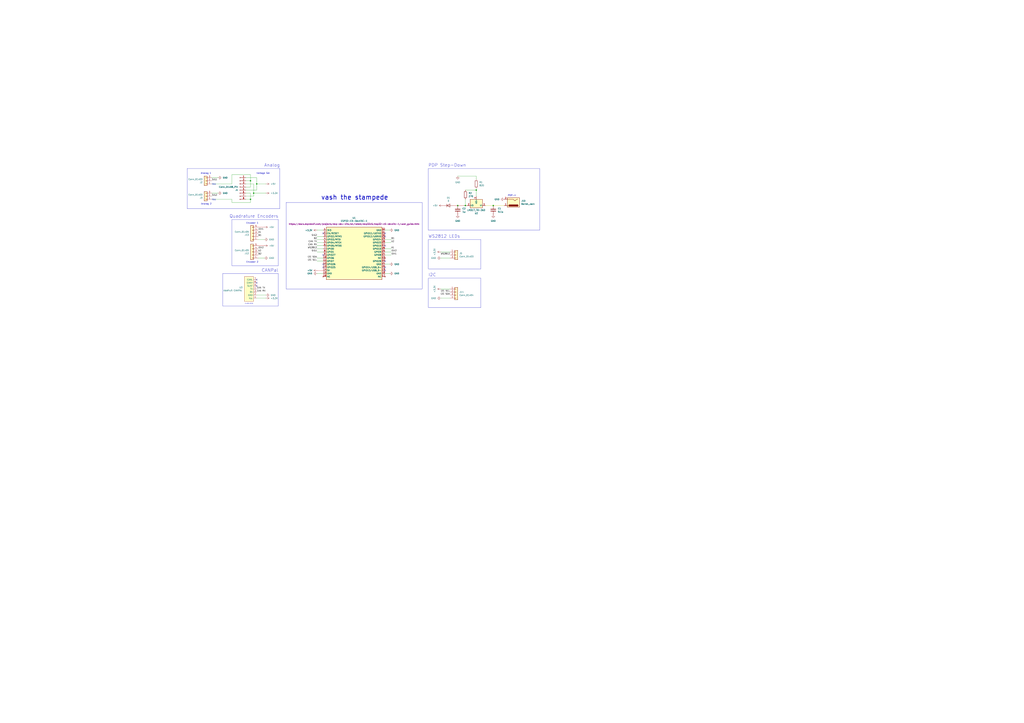
<source format=kicad_sch>
(kicad_sch (version 20250114) (generator "eeschema") (generator_version "9.0")
  (paper "A1")
  (lib_symbols
    (symbol "Connector:Barrel_Jack" (pin_names (offset 1.016))
      (property "Reference" "J" (at 0 5.334 0))
      (property "Value" "Barrel_Jack" (at 0 -5.08 0))
      (symbol "Barrel_Jack_0_1"
        (rectangle (start -5.08 3.81) (end 5.08 -3.81) (stroke (width 0.254)) (fill (type background)))
        (polyline (pts (xy -3.81 -2.54) (xy -2.54 -2.54) (xy -1.27 -1.27) (xy 0 -2.54) (xy 2.54 -2.54) (xy 5.08 -2.54)) (stroke (width 0.254)))
        (arc (start -3.302 1.905) (mid -3.9343 2.54) (end -3.302 3.175) (stroke (width 0.254)))
        (arc (start -3.302 1.905) (mid -3.9343 2.54) (end -3.302 3.175) (stroke (width 0.254)) (fill (type outline)))
        (rectangle (start 3.683 3.175) (end -3.302 1.905) (stroke (width 0.254)) (fill (type outline)))
        (polyline (pts (xy 5.08 2.54) (xy 3.81 2.54)) (stroke (width 0.254)))
      )
      (symbol "Barrel_Jack_1_1"
        (pin passive line (at 7.62 2.54 180) (length 2.54) (name "~") (number "1"))
        (pin passive line (at 7.62 -2.54 180) (length 2.54) (name "~") (number "2"))
      )
    )
    (symbol "Connector:Conn_01x08_Pin" (pin_names (offset 1.016) (hide yes))
      (property "Reference" "J" (at 0 10.16 0))
      (property "Value" "Conn_01x08_Pin" (at 0 -12.7 0))
      (symbol "Conn_01x08_Pin_1_1"
        (rectangle (start 0.8636 7.747) (end 0 7.493) (stroke (width 0.1524)) (fill (type outline)))
        (rectangle (start 0.8636 5.207) (end 0 4.953) (stroke (width 0.1524)) (fill (type outline)))
        (rectangle (start 0.8636 2.667) (end 0 2.413) (stroke (width 0.1524)) (fill (type outline)))
        (rectangle (start 0.8636 0.127) (end 0 -0.127) (stroke (width 0.1524)) (fill (type outline)))
        (rectangle (start 0.8636 -2.413) (end 0 -2.667) (stroke (width 0.1524)) (fill (type outline)))
        (rectangle (start 0.8636 -4.953) (end 0 -5.207) (stroke (width 0.1524)) (fill (type outline)))
        (rectangle (start 0.8636 -7.493) (end 0 -7.747) (stroke (width 0.1524)) (fill (type outline)))
        (rectangle (start 0.8636 -10.033) (end 0 -10.287) (stroke (width 0.1524)) (fill (type outline)))
        (polyline (pts (xy 1.27 7.62) (xy 0.8636 7.62)) (stroke (width 0.1524)))
        (polyline (pts (xy 1.27 5.08) (xy 0.8636 5.08)) (stroke (width 0.1524)))
        (polyline (pts (xy 1.27 2.54) (xy 0.8636 2.54)) (stroke (width 0.1524)))
        (polyline (pts (xy 1.27 0) (xy 0.8636 0)) (stroke (width 0.1524)))
        (polyline (pts (xy 1.27 -2.54) (xy 0.8636 -2.54)) (stroke (width 0.1524)))
        (polyline (pts (xy 1.27 -5.08) (xy 0.8636 -5.08)) (stroke (width 0.1524)))
        (polyline (pts (xy 1.27 -7.62) (xy 0.8636 -7.62)) (stroke (width 0.1524)))
        (polyline (pts (xy 1.27 -10.16) (xy 0.8636 -10.16)) (stroke (width 0.1524)))
        (pin passive line (at 5.08 7.62 180) (length 3.81) (name "Pin_1") (number "1"))
        (pin passive line (at 5.08 5.08 180) (length 3.81) (name "Pin_2") (number "2"))
        (pin passive line (at 5.08 2.54 180) (length 3.81) (name "Pin_3") (number "3"))
        (pin passive line (at 5.08 0 180) (length 3.81) (name "Pin_4") (number "4"))
        (pin passive line (at 5.08 -2.54 180) (length 3.81) (name "Pin_5") (number "5"))
        (pin passive line (at 5.08 -5.08 180) (length 3.81) (name "Pin_6") (number "6"))
        (pin passive line (at 5.08 -7.62 180) (length 3.81) (name "Pin_7") (number "7"))
        (pin passive line (at 5.08 -10.16 180) (length 3.81) (name "Pin_8") (number "8"))
      )
    )
    (symbol "Connector_Generic:Conn_01x03" (pin_names (offset 1.016) (hide yes))
      (property "Reference" "J" (at 0 5.08 0))
      (property "Value" "Conn_01x03" (at 0 -5.08 0))
      (symbol "Conn_01x03_1_1"
        (rectangle (start -1.27 3.81) (end 1.27 -3.81) (stroke (width 0.254)) (fill (type background)))
        (rectangle (start -1.27 2.667) (end 0 2.413) (stroke (width 0.1524)))
        (rectangle (start -1.27 0.127) (end 0 -0.127) (stroke (width 0.1524)))
        (rectangle (start -1.27 -2.413) (end 0 -2.667) (stroke (width 0.1524)))
        (pin passive line (at -5.08 2.54 0) (length 3.81) (name "Pin_1") (number "1"))
        (pin passive line (at -5.08 0 0) (length 3.81) (name "Pin_2") (number "2"))
        (pin passive line (at -5.08 -2.54 0) (length 3.81) (name "Pin_3") (number "3"))
      )
    )
    (symbol "Connector_Generic:Conn_01x04" (pin_names (offset 1.016) (hide yes))
      (property "Reference" "J" (at 0 5.08 0))
      (property "Value" "Conn_01x04" (at 0 -7.62 0))
      (symbol "Conn_01x04_1_1"
        (rectangle (start -1.27 3.81) (end 1.27 -6.35) (stroke (width 0.254)) (fill (type background)))
        (rectangle (start -1.27 2.667) (end 0 2.413) (stroke (width 0.1524)))
        (rectangle (start -1.27 0.127) (end 0 -0.127) (stroke (width 0.1524)))
        (rectangle (start -1.27 -2.413) (end 0 -2.667) (stroke (width 0.1524)))
        (rectangle (start -1.27 -4.953) (end 0 -5.207) (stroke (width 0.1524)))
        (pin passive line (at -5.08 2.54 0) (length 3.81) (name "Pin_1") (number "1"))
        (pin passive line (at -5.08 0 0) (length 3.81) (name "Pin_2") (number "2"))
        (pin passive line (at -5.08 -2.54 0) (length 3.81) (name "Pin_3") (number "3"))
        (pin passive line (at -5.08 -5.08 0) (length 3.81) (name "Pin_4") (number "4"))
      )
    )
    (symbol "Connector_Generic:Conn_01x05" (pin_names (offset 1.016) (hide yes))
      (property "Reference" "J" (at 0 7.62 0))
      (property "Value" "Conn_01x05" (at 0 -7.62 0))
      (symbol "Conn_01x05_1_1"
        (rectangle (start -1.27 6.35) (end 1.27 -6.35) (stroke (width 0.254)) (fill (type background)))
        (rectangle (start -1.27 5.207) (end 0 4.953) (stroke (width 0.1524)))
        (rectangle (start -1.27 2.667) (end 0 2.413) (stroke (width 0.1524)))
        (rectangle (start -1.27 0.127) (end 0 -0.127) (stroke (width 0.1524)))
        (rectangle (start -1.27 -2.413) (end 0 -2.667) (stroke (width 0.1524)))
        (rectangle (start -1.27 -4.953) (end 0 -5.207) (stroke (width 0.1524)))
        (pin passive line (at -5.08 5.08 0) (length 3.81) (name "Pin_1") (number "1"))
        (pin passive line (at -5.08 2.54 0) (length 3.81) (name "Pin_2") (number "2"))
        (pin passive line (at -5.08 0 0) (length 3.81) (name "Pin_3") (number "3"))
        (pin passive line (at -5.08 -2.54 0) (length 3.81) (name "Pin_4") (number "4"))
        (pin passive line (at -5.08 -5.08 0) (length 3.81) (name "Pin_5") (number "5"))
      )
    )
    (symbol "Device:C" (pin_numbers (hide yes)) (pin_names (offset 0.254))
      (property "Reference" "C" (at 0.635 2.54 0))
      (property "Value" "C" (at 0.635 -2.54 0))
      (symbol "C_0_1"
        (polyline (pts (xy -2.032 0.762) (xy 2.032 0.762)) (stroke (width 0.508)))
        (polyline (pts (xy -2.032 -0.762) (xy 2.032 -0.762)) (stroke (width 0.508)))
      )
      (symbol "C_1_1"
        (pin passive line (at 0 3.81 270) (length 2.794) (name "~") (number "1"))
        (pin passive line (at 0 -3.81 90) (length 2.794) (name "~") (number "2"))
      )
    )
    (symbol "Device:D" (pin_numbers (hide yes)) (pin_names (offset 1.016) (hide yes))
      (property "Reference" "D" (at 0 2.54 0))
      (property "Value" "D" (at 0 -2.54 0))
      (symbol "D_0_1"
        (polyline (pts (xy -1.27 1.27) (xy -1.27 -1.27)) (stroke (width 0.254)))
        (polyline (pts (xy 1.27 1.27) (xy 1.27 -1.27) (xy -1.27 0) (xy 1.27 1.27)) (stroke (width 0.254)))
        (polyline (pts (xy 1.27 0) (xy -1.27 0)))
      )
      (symbol "D_1_1"
        (pin passive line (at -3.81 0 0) (length 2.54) (name "K") (number "1"))
        (pin passive line (at 3.81 0 180) (length 2.54) (name "A") (number "2"))
      )
    )
    (symbol "Device:R" (pin_numbers (hide yes)) (pin_names (offset 0))
      (property "Reference" "R" (at 2.032 0 90))
      (property "Value" "R" (at 0 0 90))
      (symbol "R_0_1"
        (rectangle (start -1.016 -2.54) (end 1.016 2.54) (stroke (width 0.254)))
      )
      (symbol "R_1_1"
        (pin passive line (at 0 3.81 270) (length 1.27) (name "~") (number "1"))
        (pin passive line (at 0 -3.81 90) (length 1.27) (name "~") (number "2"))
      )
    )
    (symbol "Interface_CAN_LIN:CANPAL"
      (property "Reference" "U" (at 0 0 0))
      (property "Value" "Adafruit CANPAL" (at 0 0 0))
      (symbol "CANPAL_0_1"
        (rectangle (start -3.81 -2.54) (end 3.81 -22.86) (fill (type color) (color 255 255 194 1)))
      )
      (symbol "CANPAL_1_1"
        (pin input line (at -6.35 -5.08 0) (length 2.54) (name "Vcc") (number "1"))
        (pin input line (at -6.35 -7.62 0) (length 2.54) (name "GND") (number "2"))
        (pin input line (at -6.35 -10.16 0) (length 2.54) (name "RX") (number "3"))
        (pin input line (at -6.35 -12.7 0) (length 2.54) (name "TX") (number "4"))
        (pin input line (at -6.35 -15.24 0) (length 2.54) (name "SLNT") (number "5"))
        (pin input line (at -6.35 -17.78 0) (length 2.54) (name "CANH") (number "6"))
        (pin input line (at -6.35 -20.32 0) (length 2.54) (name "CANL") (number "7"))
      )
    )
    (symbol "PCM_Espressif:ESP32-C5-DevKitC-1"
      (property "Reference" "U" (at -22.352 -0.254 0))
      (property "Value" "ESP32-C5-DevKitC-1" (at -11.938 -2.286 0))
      (property "Datasheet" "https://docs.espressif.com/projects/esp-dev-kits/en/latest/esp32c5/esp32-c5-devkitc-1/user_guide.html" (at 2.032 -54.61 0))
      (symbol "ESP32-C5-DevKitC-1_0_1"
        (rectangle (start -22.86 -3.81) (end 22.86 -46.99) (stroke (width 0.254)) (fill (type background)))
      )
      (symbol "ESP32-C5-DevKitC-1_1_0"
        (pin input line (at -25.4 -8.89 0) (length 2.54) (name "EN/RESET") (number "2"))
        (pin power_in line (at -25.4 -39.37 0) (length 2.54) (name "5V") (number "14"))
      )
      (symbol "ESP32-C5-DevKitC-1_1_1"
        (pin power_in line (at -25.4 -6.35 0) (length 2.54) (name "3V3") (number "1"))
        (pin bidirectional line (at -25.4 -11.43 0) (length 2.54) (name "GPIO2/MTMS") (number "3"))
        (pin bidirectional line (at -25.4 -13.97 0) (length 2.54) (name "GPIO3/MTDI") (number "4"))
        (pin bidirectional line (at -25.4 -16.51 0) (length 2.54) (name "GPIO4/MTCK") (number "5"))
        (pin bidirectional line (at -25.4 -19.05 0) (length 2.54) (name "GPIO5/MTDO") (number "6"))
        (pin bidirectional line (at -25.4 -21.59 0) (length 2.54) (name "GPIO0") (number "7"))
        (pin bidirectional line (at -25.4 -24.13 0) (length 2.54) (name "GPIO1") (number "8"))
        (pin bidirectional line (at -25.4 -26.67 0) (length 2.54) (name "GPIO27") (number "9"))
        (pin bidirectional line (at -25.4 -29.21 0) (length 2.54) (name "GPIO6") (number "10"))
        (pin bidirectional line (at -25.4 -31.75 0) (length 2.54) (name "GPIO7") (number "11"))
        (pin bidirectional line (at -25.4 -34.29 0) (length 2.54) (name "GPIO26") (number "12"))
        (pin bidirectional line (at -25.4 -36.83 0) (length 2.54) (name "GPIO25") (number "13"))
        (pin power_in line (at -25.4 -41.91 0) (length 2.54) (name "GND") (number "15"))
        (pin no_connect line (at -25.4 -44.45 0) (length 2.54) (name "NC") (number "16"))
        (pin power_in line (at 25.4 -6.35 180) (length 2.54) (name "GND") (number "32"))
        (pin bidirectional line (at 25.4 -8.89 180) (length 2.54) (name "GPIO11/U0TXD") (number "31"))
        (pin bidirectional line (at 25.4 -11.43 180) (length 2.54) (name "GPIO12/U0RXD") (number "30"))
        (pin bidirectional line (at 25.4 -13.97 180) (length 2.54) (name "GPIO24") (number "29"))
        (pin bidirectional line (at 25.4 -16.51 180) (length 2.54) (name "GPIO23") (number "28"))
        (pin bidirectional line (at 25.4 -19.05 180) (length 2.54) (name "GPIO15") (number "27"))
        (pin bidirectional line (at 25.4 -21.59 180) (length 2.54) (name "GPIO10") (number "26"))
        (pin bidirectional line (at 25.4 -24.13 180) (length 2.54) (name "GPIO9") (number "25"))
        (pin bidirectional line (at 25.4 -26.67 180) (length 2.54) (name "GPIO8") (number "24"))
        (pin no_connect line (at 25.4 -29.21 180) (length 2.54) (name "NC") (number "23"))
        (pin bidirectional line (at 25.4 -31.75 180) (length 2.54) (name "GPIO28") (number "22"))
        (pin power_in line (at 25.4 -34.29 180) (length 2.54) (name "GND") (number "21"))
        (pin bidirectional line (at 25.4 -36.83 180) (length 2.54) (name "GPIO14/USB_D+") (number "20"))
        (pin bidirectional line (at 25.4 -39.37 180) (length 2.54) (name "GPIO13/USB_D-") (number "19"))
        (pin power_in line (at 25.4 -41.91 180) (length 2.54) (name "GND") (number "18"))
        (pin no_connect line (at 25.4 -44.45 180) (length 2.54) (name "NC") (number "17"))
      )
    )
    (symbol "Regulator_Linear:LM317_TO-263" (pin_names (offset 0.254))
      (property "Reference" "U" (at -3.81 3.175 0))
      (property "Value" "LM317_TO-263" (at 0 3.175 0))
      (symbol "LM317_TO-263_0_1"
        (rectangle (start -5.08 1.905) (end 5.08 -5.08) (stroke (width 0.254)) (fill (type background)))
      )
      (symbol "LM317_TO-263_1_1"
        (pin power_in line (at -7.62 0 0) (length 2.54) (name "VI") (number "3"))
        (pin input line (at 0 -7.62 90) (length 2.54) (name "ADJ") (number "1"))
        (pin power_out line (at 7.62 0 180) (length 2.54) (name "VO") (number "2"))
      )
    )
    (symbol "power:+3.3V" (power) (pin_numbers (hide yes)) (pin_names (offset 0) (hide yes))
      (property "Value" "+3.3V" (at 0 3.556 0))
      (symbol "+3.3V_0_1"
        (polyline (pts (xy -0.762 1.27) (xy 0 2.54)))
        (polyline (pts (xy 0 2.54) (xy 0.762 1.27)))
        (polyline (pts (xy 0 0) (xy 0 2.54)))
      )
      (symbol "+3.3V_1_1"
        (pin power_in line (at 0 0 90) (length 0) (name "~") (number "1"))
      )
    )
    (symbol "power:+5V" (power) (pin_numbers (hide yes)) (pin_names (offset 0) (hide yes))
      (property "Value" "+5V" (at 0 3.556 0))
      (symbol "+5V_0_1"
        (polyline (pts (xy -0.762 1.27) (xy 0 2.54)))
        (polyline (pts (xy 0 2.54) (xy 0.762 1.27)))
        (polyline (pts (xy 0 0) (xy 0 2.54)))
      )
      (symbol "+5V_1_1"
        (pin power_in line (at 0 0 90) (length 0) (name "~") (number "1"))
      )
    )
    (symbol "power:GND" (power) (pin_numbers (hide yes)) (pin_names (offset 0) (hide yes))
      (property "Value" "GND" (at 0 -3.81 0))
      (symbol "GND_0_1"
        (polyline (pts (xy 0 0) (xy 0 -1.27) (xy 1.27 -1.27) (xy 0 -2.54) (xy -1.27 -1.27) (xy 0 -1.27)))
      )
      (symbol "GND_1_1"
        (pin power_in line (at 0 0 270) (length 0) (name "~") (number "1"))
      )
    )
  )
  (rectangle (start 351.79 196.85) (end 394.97 220.98))
  (rectangle (start 190.5 180.34) (end 228.6 218.44))
  (rectangle (start 351.79 138.43) (end 443.23 189.23))
  (rectangle (start 153.67 138.43) (end 229.87 171.45))
  (rectangle (start 182.88 224.79) (end 228.6 251.46))
  (rectangle (start 351.79 228.6) (end 394.97 252.73))
  (rectangle (start 234.95 166.37) (end 346.71 237.49))
  (text "Analog 2\n" (at 169.418 167.64 0) (effects (font (size 1.27 1.27))))
  (text "I2C\n" (at 351.79 226.06 0) (effects (font (size 2.54 2.54)) (justify left)))
  (text "Encoder 2\n" (at 207.264 215.392 0) (effects (font (size 1.27 1.27))))
  (text "PDP-V" (at 420.37 160.782 0) (effects (font (size 1.27 1.27))))
  (text "vash the stampede\n" (at 291.338 162.306 0) (effects (font (size 3.81 3.81) (thickness 0.4763))))
  (text "Vcc" (at 175.768 151.384 0) (effects (font (size 1.27 1.27))))
  (text "Encoder 1\n" (at 207.264 183.388 0) (effects (font (size 1.27 1.27))))
  (text "Quadrature Encoders" (at 228.6 177.8 0) (effects (font (size 2.54 2.54)) (justify right)))
  (text "Voltage Sel" (at 216.154 142.494 0) (effects (font (size 1.27 1.27))))
  (text "MILLIONS NERVES" (at 204.47 249.428 0) (effects (font (size 0.508 0.508) (thickness 0.0635))))
  (text "PDP Step-Down\n" (at 351.79 135.89 0) (effects (font (size 2.54 2.54)) (justify left)))
  (text "Analog 1" (at 169.164 142.494 0) (effects (font (size 1.27 1.27))))
  (text "Vcc" (at 175.768 164.084 0) (effects (font (size 1.27 1.27))))
  (text "WS2812 LEDs" (at 351.79 194.31 0) (effects (font (size 2.54 2.54)) (justify left)))
  (text "Analog\n" (at 229.87 135.89 0) (effects (font (size 2.54 2.54)) (justify right)))
  (text "CANPal\n" (at 228.6 222.25 0) (effects (font (size 2.54 2.54)) (justify right)))
  (junction (at 382.27 168.91))
  (junction (at 205.74 148.59))
  (junction (at 405.13 168.91))
  (junction (at 205.74 163.83))
  (junction (at 208.28 158.75))
  (junction (at 391.16 156.21))
  (junction (at 210.82 151.13))
  (junction (at 375.92 168.91))
  (no_connect (at 316.23 194.31))
  (no_connect (at 316.23 214.63))
  (no_connect (at 265.43 217.17))
  (no_connect (at 316.23 222.25))
  (no_connect (at 316.23 219.71))
  (no_connect (at 316.23 201.93))
  (no_connect (at 210.82 234.95))
  (no_connect (at 265.43 219.71))
  (no_connect (at 210.82 232.41))
  (no_connect (at 210.82 229.87))
  (no_connect (at 265.43 191.77))
  (no_connect (at 316.23 191.77))
  (no_connect (at 265.43 209.55))
  (wire (pts (xy 205.74 158.75) (xy 205.74 163.83)))
  (wire (pts (xy 210.82 156.21) (xy 201.93 156.21)))
  (wire (pts (xy 260.35 199.39) (xy 265.43 199.39)))
  (wire (pts (xy 391.16 154.94) (xy 391.16 156.21)))
  (wire (pts (xy 201.93 163.83) (xy 205.74 163.83)))
  (wire (pts (xy 260.35 189.23) (xy 265.43 189.23)))
  (wire (pts (xy 316.23 209.55) (xy 321.31 209.55)))
  (wire (pts (xy 208.28 151.13) (xy 208.28 158.75)))
  (wire (pts (xy 316.23 207.01) (xy 321.31 207.01)))
  (wire (pts (xy 260.35 194.31) (xy 265.43 194.31)))
  (wire (pts (xy 265.43 214.63) (xy 260.35 214.63)))
  (wire (pts (xy 205.74 148.59) (xy 205.74 153.67)))
  (wire (pts (xy 361.95 207.01) (xy 369.57 207.01)))
  (wire (pts (xy 382.27 156.21) (xy 391.16 156.21)))
  (wire (pts (xy 265.43 201.93) (xy 260.35 201.93)))
  (wire (pts (xy 201.93 158.75) (xy 205.74 158.75)))
  (wire (pts (xy 260.35 196.85) (xy 265.43 196.85)))
  (wire (pts (xy 316.23 196.85) (xy 321.31 196.85)))
  (wire (pts (xy 316.23 189.23) (xy 320.04 189.23)))
  (wire (pts (xy 173.99 163.83) (xy 190.5 163.83)))
  (wire (pts (xy 190.5 143.51) (xy 205.74 143.51)))
  (wire (pts (xy 210.82 151.13) (xy 210.82 156.21)))
  (wire (pts (xy 260.35 212.09) (xy 265.43 212.09)))
  (wire (pts (xy 190.5 166.37) (xy 205.74 166.37)))
  (wire (pts (xy 361.95 212.09) (xy 369.57 212.09)))
  (wire (pts (xy 405.13 168.91) (xy 414.02 168.91)) (stroke (width 0) (color 194 194 0 1)))
  (wire (pts (xy 361.95 245.11) (xy 369.57 245.11)))
  (wire (pts (xy 205.74 143.51) (xy 205.74 148.59)))
  (wire (pts (xy 212.09 186.69) (xy 217.17 186.69)) (stroke (width 0) (color 194 0 0 1)))
  (wire (pts (xy 205.74 163.83) (xy 205.74 166.37)))
  (wire (pts (xy 361.95 237.49) (xy 369.57 237.49)))
  (wire (pts (xy 210.82 146.05) (xy 210.82 151.13)))
  (wire (pts (xy 398.78 168.91) (xy 405.13 168.91)) (stroke (width 0) (color 194 194 0 1)))
  (wire (pts (xy 212.09 201.93) (xy 217.17 201.93)) (stroke (width 0) (color 194 0 0 1)))
  (wire (pts (xy 316.23 217.17) (xy 320.04 217.17)))
  (wire (pts (xy 190.5 163.83) (xy 190.5 166.37)))
  (wire (pts (xy 363.22 168.91) (xy 364.49 168.91)) (stroke (width 0) (color 194 0 0 1)))
  (wire (pts (xy 382.27 168.91) (xy 382.27 163.83)))
  (wire (pts (xy 260.35 204.47) (xy 265.43 204.47)))
  (wire (pts (xy 316.23 199.39) (xy 321.31 199.39)))
  (wire (pts (xy 260.35 207.01) (xy 265.43 207.01)))
  (wire (pts (xy 372.11 168.91) (xy 375.92 168.91)) (stroke (width 0) (color 194 0 0 1)))
  (wire (pts (xy 265.43 222.25) (xy 260.35 222.25)) (stroke (width 0) (color 194 0 0 1)))
  (wire (pts (xy 208.28 158.75) (xy 218.44 158.75)))
  (wire (pts (xy 375.92 168.91) (xy 382.27 168.91)) (stroke (width 0) (color 194 0 0 1)))
  (wire (pts (xy 382.27 168.91) (xy 381 168.91)))
  (wire (pts (xy 316.23 204.47) (xy 321.31 204.47)))
  (wire (pts (xy 179.07 158.75) (xy 173.99 158.75)))
  (wire (pts (xy 217.17 196.85) (xy 212.09 196.85)))
  (wire (pts (xy 382.27 168.91) (xy 383.54 168.91)) (stroke (width 0) (color 194 0 0 1)))
  (wire (pts (xy 316.23 224.79) (xy 320.04 224.79)))
  (wire (pts (xy 391.16 156.21) (xy 391.16 161.29)))
  (wire (pts (xy 375.92 144.78) (xy 391.16 144.78)))
  (wire (pts (xy 173.99 151.13) (xy 190.5 151.13)))
  (wire (pts (xy 208.28 158.75) (xy 208.28 161.29)))
  (wire (pts (xy 190.5 151.13) (xy 190.5 143.51)))
  (wire (pts (xy 218.44 245.11) (xy 210.82 245.11)))
  (wire (pts (xy 210.82 242.57) (xy 218.44 242.57)))
  (wire (pts (xy 260.35 224.79) (xy 265.43 224.79)))
  (wire (pts (xy 391.16 144.78) (xy 391.16 147.32)))
  (wire (pts (xy 208.28 161.29) (xy 201.93 161.29)))
  (wire (pts (xy 201.93 146.05) (xy 210.82 146.05)))
  (wire (pts (xy 210.82 151.13) (xy 218.44 151.13)))
  (wire (pts (xy 201.93 153.67) (xy 205.74 153.67)))
  (wire (pts (xy 212.09 212.09) (xy 217.17 212.09)))
  (wire (pts (xy 179.07 146.05) (xy 173.99 146.05)))
  (wire (pts (xy 201.93 148.59) (xy 205.74 148.59)))
  (wire (pts (xy 201.93 151.13) (xy 208.28 151.13)))
  (label "A1" (at 321.31 204.47 0))
  (label "SIG2" (at 173.99 161.29 0))
  (label "I2C SCL" (at 260.35 214.63 180))
  (label "CAN TX" (at 260.35 199.39 180))
  (label "B1" (at 321.31 196.85 0))
  (label "B2" (at 212.09 209.55 0))
  (label "CAN RX" (at 210.82 240.03 0))
  (label "I2C SDA" (at 369.57 242.57 180))
  (label "B1" (at 212.09 194.31 0))
  (label "A2" (at 321.31 199.39 0))
  (label "SIG1" (at 173.99 148.59 0))
  (label "SIG1" (at 260.35 207.01 180))
  (label "SIG2" (at 260.35 194.31 180))
  (label "A1" (at 212.09 191.77 0))
  (label "CAN RX" (at 260.35 201.93 180))
  (label "B2" (at 260.35 196.85 180))
  (label "I2C SCL" (at 369.57 240.03 180))
  (label "WS2812" (at 260.35 204.47 180))
  (label "WS2812" (at 369.57 209.55 180))
  (label "IDX2" (at 212.09 204.47 0))
  (label "CAN TX" (at 210.82 237.49 0))
  (label "IDX1" (at 321.31 209.55 0))
  (label "IDX1" (at 212.09 189.23 0))
  (label "I2C SDA" (at 260.35 212.09 180))
  (label "IDX2" (at 321.31 207.01 0))
  (label "A2" (at 212.09 207.01 0))
  (symbol (lib_id "power:+3.3V") (at 218.44 245.11 270) (unit 1)
    (property "Reference" "#PWR09" (effects (hide yes)))
    (property "Value" "+3.3V" (at 222.25 245.1099 90) (effects (justify left)))
    (property "Description" "Power symbol creates a global label with name \"+3.3V\"" (effects (hide yes)))
  )
  (symbol (lib_id "power:GND") (at 375.92 176.53 0) (unit 1)
    (property "Reference" "#PWR04" (effects (hide yes)))
    (property "Value" "GND" (at 375.92 181.61 0))
    (property "Description" "Power symbol creates a global label with name \"GND\" , ground" (effects (hide yes)))
  )
  (symbol (lib_id "power:GND") (at 414.02 163.83 270) (unit 1)
    (property "Reference" "#PWR01" (effects (hide yes)))
    (property "Value" "GND" (at 410.21 163.8299 90) (effects (justify right)))
    (property "Description" "Power symbol creates a global label with name \"GND\" , ground" (effects (hide yes)))
  )
  (symbol (lib_id "Connector_Generic:Conn_01x04") (at 374.65 240.03 0) (unit 1)
    (property "Reference" "J14" (at 377.19 240.0299 0) (effects (justify left)))
    (property "Value" "Conn_01x04" (at 377.19 242.5699 0) (effects (justify left)))
    (property "Footprint" "Connector_JST:JST_XH_S4B-XH-A-1_1x04_P2.50mm_Horizontal" (effects (hide yes)))
    (property "Description" "Generic connector, single row, 01x04, script generated (kicad-library-utils/schlib/autogen/connector/)" (effects (hide yes)))
  )
  (symbol (lib_id "Device:C") (at 375.92 172.72 0) (unit 1)
    (property "Reference" "C2" (at 379.73 171.4499 0) (effects (justify left)))
    (property "Value" "1µ" (at 379.73 173.9899 0) (effects (justify left)))
    (property "Footprint" "Capacitor_SMD:C_0402_1005Metric" (effects (hide yes)))
    (property "Description" "Unpolarized capacitor" (effects (hide yes)))
  )
  (symbol (lib_id "power:GND") (at 179.07 146.05 90) (unit 1)
    (property "Reference" "#PWR020" (effects (hide yes)))
    (property "Value" "GND" (at 182.88 146.0499 90) (effects (justify right)))
    (property "Description" "Power symbol creates a global label with name \"GND\" , ground" (effects (hide yes)))
  )
  (symbol (lib_id "power:+3.3V") (at 260.35 189.23 90) (unit 1)
    (property "Reference" "#PWR013" (effects (hide yes)))
    (property "Value" "+3.3V" (at 256.54 189.2299 90) (effects (justify left)))
    (property "Description" "Power symbol creates a global label with name \"+3.3V\"" (effects (hide yes)))
  )
  (symbol (lib_id "power:GND") (at 179.07 158.75 90) (unit 1)
    (property "Reference" "#PWR019" (effects (hide yes)))
    (property "Value" "GND" (at 182.88 158.7499 90) (effects (justify right)))
    (property "Description" "Power symbol creates a global label with name \"GND\" , ground" (effects (hide yes)))
  )
  (symbol (lib_id "power:GND") (at 217.17 212.09 90) (unit 1)
    (property "Reference" "#PWR011" (effects (hide yes)))
    (property "Value" "GND" (at 220.98 212.0899 90) (effects (justify right)))
    (property "Description" "Power symbol creates a global label with name \"GND\" , ground" (effects (hide yes)))
  )
  (symbol (lib_id "Connector_Generic:Conn_01x05") (at 207.01 207.01 180) (unit 1)
    (property "Reference" "J12" (at 204.47 208.2801 0) (effects (justify left)))
    (property "Value" "Conn_01x05" (at 204.47 205.7401 0) (effects (justify left)))
    (property "Footprint" "Connector_JST:JST_XH_S5B-XH-A-1_1x05_P2.50mm_Horizontal" (effects (hide yes)))
    (property "Description" "Generic connector, single row, 01x05, script generated (kicad-library-utils/schlib/autogen/connector/)" (effects (hide yes)))
  )
  (symbol (lib_id "Connector_Generic:Conn_01x03") (at 168.91 161.29 180) (unit 1)
    (property "Reference" "J3" (at 166.37 162.5601 0) (effects (justify left)))
    (property "Value" "Conn_01x03" (at 166.37 160.0201 0) (effects (justify left)))
    (property "Footprint" "Connector_JST:JST_XH_S3B-XH-A-1_1x03_P2.50mm_Horizontal" (effects (hide yes)))
    (property "Description" "Generic connector, single row, 01x03, script generated (kicad-library-utils/schlib/autogen/connector/)" (effects (hide yes)))
  )
  (symbol (lib_id "power:GND") (at 320.04 224.79 90) (unit 1)
    (property "Reference" "#PWR021" (effects (hide yes)))
    (property "Value" "GND" (at 323.85 224.7899 90) (effects (justify right)))
    (property "Description" "Power symbol creates a global label with name \"GND\" , ground" (effects (hide yes)))
  )
  (symbol (lib_id "Device:R") (at 391.16 151.13 0) (unit 1)
    (property "Reference" "R1" (at 393.7 149.8599 0) (effects (justify left)))
    (property "Value" "820" (at 393.7 152.3999 0) (effects (justify left)))
    (property "Footprint" "Resistor_SMD:R_0402_1005Metric" (effects (hide yes)))
    (property "Description" "Resistor" (effects (hide yes)))
  )
  (symbol (lib_id "power:+3.3V") (at 218.44 158.75 270) (unit 1)
    (property "Reference" "#PWR027" (effects (hide yes)))
    (property "Value" "+3.3V" (at 222.25 158.7499 90) (effects (justify left)))
    (property "Description" "Power symbol creates a global label with name \"+3.3V\"" (effects (hide yes)))
  )
  (symbol (lib_id "Connector_Generic:Conn_01x05") (at 207.01 191.77 180) (unit 1)
    (property "Reference" "J13" (at 204.47 193.0401 0) (effects (justify left)))
    (property "Value" "Conn_01x05" (at 204.47 190.5001 0) (effects (justify left)))
    (property "Footprint" "Connector_JST:JST_XH_S5B-XH-A-1_1x05_P2.50mm_Horizontal" (effects (hide yes)))
    (property "Description" "Generic connector, single row, 01x05, script generated (kicad-library-utils/schlib/autogen/connector/)" (effects (hide yes)))
  )
  (symbol (lib_id "power:+3.3V") (at 361.95 207.01 90) (mirror x) (unit 1)
    (property "Reference" "#PWR012" (effects (hide yes)))
    (property "Value" "+3.3V" (at 356.87 207.01 0))
    (property "Description" "Power symbol creates a global label with name \"+3.3V\"" (effects (hide yes)))
  )
  (symbol (lib_id "power:GND") (at 320.04 217.17 90) (unit 1)
    (property "Reference" "#PWR022" (effects (hide yes)))
    (property "Value" "GND" (at 323.85 217.1699 90) (effects (justify right)))
    (property "Description" "Power symbol creates a global label with name \"GND\" , ground" (effects (hide yes)))
  )
  (symbol (lib_id "power:+5V") (at 218.44 151.13 270) (unit 1)
    (property "Reference" "#PWR06" (effects (hide yes)))
    (property "Value" "+5V" (at 222.25 151.1299 90) (effects (justify left)))
    (property "Description" "Power symbol creates a global label with name \"+5V\"" (effects (hide yes)))
  )
  (symbol (lib_id "Device:R") (at 382.27 160.02 0) (unit 1)
    (property "Reference" "R2" (at 384.81 158.7499 0) (effects (justify left)))
    (property "Value" "270" (at 384.81 161.2899 0) (effects (justify left)))
    (property "Footprint" "Resistor_SMD:R_0402_1005Metric" (effects (hide yes)))
    (property "Description" "Resistor" (effects (hide yes)))
  )
  (symbol (lib_id "Connector_Generic:Conn_01x03") (at 374.65 209.55 0) (unit 1)
    (property "Reference" "J5" (at 377.19 208.2799 0) (effects (justify left)))
    (property "Value" "Conn_01x03" (at 377.19 210.8199 0) (effects (justify left)))
    (property "Footprint" "Connector_JST:JST_XH_S3B-XH-A-1_1x03_P2.50mm_Horizontal" (effects (hide yes)))
    (property "Description" "Generic connector, single row, 01x03, script generated (kicad-library-utils/schlib/autogen/connector/)" (effects (hide yes)))
  )
  (symbol (lib_id "PCM_Espressif:ESP32-C5-DevKitC-1") (at 290.83 182.88 0) (unit 1)
    (property "Reference" "U1" (at 290.83 179.07 0))
    (property "Value" "ESP32-C5-DevKitC-1" (at 290.83 181.61 0))
    (property "Footprint" "PCM_Espressif:ESP32-C5-DevKitC-1" (effects (hide yes)))
    (property "Datasheet" "https://docs.espressif.com/projects/esp-dev-kits/en/latest/esp32c5/esp32-c5-devkitc-1/user_guide.html" (at 290.83 184.15 0))
  )
  (symbol (lib_id "Connector_Generic:Conn_01x03") (at 168.91 148.59 180) (unit 1)
    (property "Reference" "J2" (at 166.37 149.8601 0) (effects (justify left)))
    (property "Value" "Conn_01x03" (at 166.37 147.3201 0) (effects (justify left)))
    (property "Footprint" "Connector_JST:JST_XH_S3B-XH-A-1_1x03_P2.50mm_Horizontal" (effects (hide yes)))
    (property "Description" "Generic connector, single row, 01x03, script generated (kicad-library-utils/schlib/autogen/connector/)" (effects (hide yes)))
  )
  (symbol (lib_id "power:GND") (at 320.04 189.23 90) (unit 1)
    (property "Reference" "#PWR023" (effects (hide yes)))
    (property "Value" "GND" (at 323.85 189.2299 90) (effects (justify right)))
    (property "Description" "Power symbol creates a global label with name \"GND\" , ground" (effects (hide yes)))
  )
  (symbol (lib_id "power:GND") (at 375.92 144.78 0) (unit 1)
    (property "Reference" "#PWR02" (effects (hide yes)))
    (property "Value" "GND" (at 375.92 149.86 0))
    (property "Description" "Power symbol creates a global label with name \"GND\" , ground" (effects (hide yes)))
  )
  (symbol (lib_id "power:+5V") (at 363.22 168.91 90) (unit 1)
    (property "Reference" "#PWR015" (effects (hide yes)))
    (property "Value" "+5V" (at 359.41 168.9099 90) (effects (justify left)))
    (property "Description" "Power symbol creates a global label with name \"+5V\"" (effects (hide yes)))
  )
  (symbol (lib_id "power:GND") (at 361.95 245.11 270) (unit 1)
    (property "Reference" "#PWR010" (effects (hide yes)))
    (property "Value" "GND" (at 358.14 245.1099 90) (effects (justify right)))
    (property "Description" "Power symbol creates a global label with name \"GND\" , ground" (effects (hide yes)))
  )
  (symbol (lib_id "power:+5V") (at 260.35 222.25 90) (unit 1)
    (property "Reference" "#PWR017" (effects (hide yes)))
    (property "Value" "+5V" (at 256.54 222.2499 90) (effects (justify left)))
    (property "Description" "Power symbol creates a global label with name \"+5V\"" (effects (hide yes)))
  )
  (symbol (lib_id "power:GND") (at 361.95 212.09 270) (unit 1)
    (property "Reference" "#PWR016" (effects (hide yes)))
    (property "Value" "GND" (at 358.14 212.0899 90) (effects (justify right)))
    (property "Description" "Power symbol creates a global label with name \"GND\" , ground" (effects (hide yes)))
  )
  (symbol (lib_id "power:GND") (at 218.44 242.57 90) (unit 1)
    (property "Reference" "#PWR05" (effects (hide yes)))
    (property "Value" "GND" (at 222.25 242.5699 90) (effects (justify right)))
    (property "Description" "Power symbol creates a global label with name \"GND\" , ground" (effects (hide yes)))
  )
  (symbol (lib_id "power:+3.3V") (at 361.95 237.49 90) (mirror x) (unit 1)
    (property "Reference" "#PWR014" (effects (hide yes)))
    (property "Value" "+3.3V" (at 356.87 237.49 0))
    (property "Description" "Power symbol creates a global label with name \"+3.3V\"" (effects (hide yes)))
  )
  (symbol (lib_id "Interface_CAN_LIN:CANPAL") (at 204.47 250.19 180) (unit 1)
    (property "Reference" "U3" (at 197.866 236.22 0))
    (property "Value" "Adafruit CANPAL" (at 191.262 238.76 0))
    (property "Footprint" "Audio_Module:canpal" (effects (hide yes)))
  )
  (symbol (lib_id "power:+5V") (at 217.17 186.69 270) (unit 1)
    (property "Reference" "#PWR08" (effects (hide yes)))
    (property "Value" "+5V" (at 220.98 186.6899 90) (effects (justify left)))
    (property "Description" "Power symbol creates a global label with name \"+5V\"" (effects (hide yes)))
  )
  (symbol (lib_id "Connector:Barrel_Jack") (at 421.64 166.37 180) (unit 1)
    (property "Reference" "J10" (at 427.99 165.0999 0) (effects (justify right)))
    (property "Value" "Barrel_Jack" (at 427.99 167.6399 0) (effects (justify right)))
    (property "Footprint" "Connector_BarrelJack:BarrelJack_CUI_PJ-063AH_Horizontal" (effects (hide yes)))
    (property "Description" "DC Barrel Jack" (effects (hide yes)))
  )
  (symbol (lib_id "Connector:Conn_01x08_Pin") (at 196.85 153.67 0) (unit 1)
    (property "Reference" "J1" (at 195.58 156.2101 0) (effects (justify right)))
    (property "Value" "Conn_01x08_Pin" (at 195.58 153.6701 0) (effects (justify right)))
    (property "Footprint" "Connector_PinHeader_2.54mm:PinHeader_2x04_P2.54mm_Vertical" (effects (hide yes)))
    (property "Description" "Generic connector, single row, 01x08, script generated" (effects (hide yes)))
  )
  (symbol (lib_id "power:GND") (at 260.35 224.79 270) (unit 1)
    (property "Reference" "#PWR024" (effects (hide yes)))
    (property "Value" "GND" (at 256.54 224.7899 90) (effects (justify right)))
    (property "Description" "Power symbol creates a global label with name \"GND\" , ground" (effects (hide yes)))
  )
  (symbol (lib_id "power:+5V") (at 217.17 201.93 270) (unit 1)
    (property "Reference" "#PWR018" (effects (hide yes)))
    (property "Value" "+5V" (at 220.98 201.9299 90) (effects (justify left)))
    (property "Description" "Power symbol creates a global label with name \"+5V\"" (effects (hide yes)))
  )
  (symbol (lib_id "Device:C") (at 405.13 172.72 0) (unit 1)
    (property "Reference" "C1" (at 408.94 171.4499 0) (effects (justify left)))
    (property "Value" "0.1µ" (at 408.94 173.9899 0) (effects (justify left)))
    (property "Footprint" "Capacitor_SMD:C_0402_1005Metric" (effects (hide yes)))
    (property "Description" "Unpolarized capacitor" (effects (hide yes)))
  )
  (symbol (lib_id "Regulator_Linear:LM317_TO-263") (at 391.16 168.91 180) (unit 1)
    (property "Reference" "U2" (at 391.16 175.26 0))
    (property "Value" "LM317_TO-263" (at 391.16 172.72 0))
    (property "Footprint" "Package_TO_SOT_SMD:TO-263-2" (effects (hide yes)))
    (property "Datasheet" "http://www.ti.com/lit/ds/symlink/lm317.pdf" (effects (hide yes)))
    (property "Description" "1.5A 35V Adjustable Linear Regulator, TO-263" (effects (hide yes)))
  )
  (symbol (lib_id "Device:D") (at 368.3 168.91 0) (unit 1)
    (property "Reference" "D1" (at 368.3 162.56 0))
    (property "Value" "D" (at 368.3 165.1 0))
    (property "Footprint" "Diode_SMD:D_0805_2012Metric" (effects (hide yes)))
    (property "Description" "Diode" (effects (hide yes)))
    (property "Sim.Device" "D" (effects (hide yes)))
    (property "Sim.Pins" "1=K 2=A" (effects (hide yes)))
  )
  (symbol (lib_id "power:GND") (at 217.17 196.85 90) (unit 1)
    (property "Reference" "#PWR07" (effects (hide yes)))
    (property "Value" "GND" (at 220.98 196.8499 90) (effects (justify right)))
    (property "Description" "Power symbol creates a global label with name \"GND\" , ground" (effects (hide yes)))
  )
  (symbol (lib_id "power:GND") (at 405.13 176.53 0) (unit 1)
    (property "Reference" "#PWR03" (effects (hide yes)))
    (property "Value" "GND" (at 405.13 181.61 0))
    (property "Description" "Power symbol creates a global label with name \"GND\" , ground" (effects (hide yes)))
  )
)
</source>
